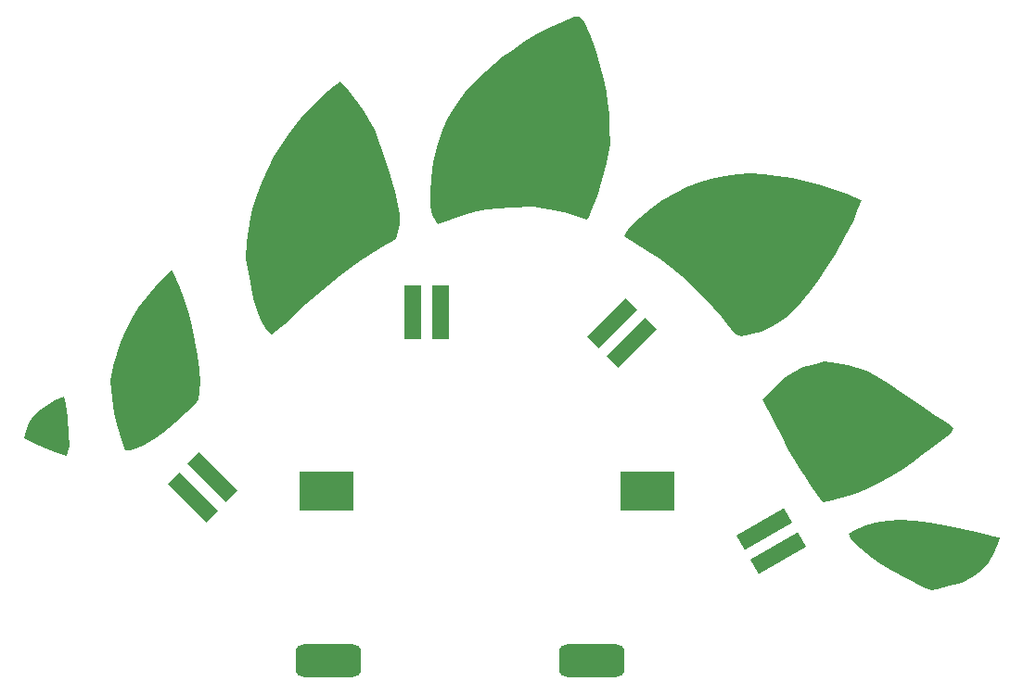
<source format=gbr>
%TF.GenerationSoftware,KiCad,Pcbnew,(6.0.7)*%
%TF.CreationDate,2022-08-20T21:46:32+02:00*%
%TF.ProjectId,demoDino,64656d6f-4469-46e6-9f2e-6b696361645f,rev?*%
%TF.SameCoordinates,Original*%
%TF.FileFunction,Soldermask,Bot*%
%TF.FilePolarity,Negative*%
%FSLAX46Y46*%
G04 Gerber Fmt 4.6, Leading zero omitted, Abs format (unit mm)*
G04 Created by KiCad (PCBNEW (6.0.7)) date 2022-08-20 21:46:32*
%MOMM*%
%LPD*%
G01*
G04 APERTURE LIST*
G04 Aperture macros list*
%AMRoundRect*
0 Rectangle with rounded corners*
0 $1 Rounding radius*
0 $2 $3 $4 $5 $6 $7 $8 $9 X,Y pos of 4 corners*
0 Add a 4 corners polygon primitive as box body*
4,1,4,$2,$3,$4,$5,$6,$7,$8,$9,$2,$3,0*
0 Add four circle primitives for the rounded corners*
1,1,$1+$1,$2,$3*
1,1,$1+$1,$4,$5*
1,1,$1+$1,$6,$7*
1,1,$1+$1,$8,$9*
0 Add four rect primitives between the rounded corners*
20,1,$1+$1,$2,$3,$4,$5,0*
20,1,$1+$1,$4,$5,$6,$7,0*
20,1,$1+$1,$6,$7,$8,$9,0*
20,1,$1+$1,$8,$9,$2,$3,0*%
%AMRotRect*
0 Rectangle, with rotation*
0 The origin of the aperture is its center*
0 $1 length*
0 $2 width*
0 $3 Rotation angle, in degrees counterclockwise*
0 Add horizontal line*
21,1,$1,$2,0,0,$3*%
G04 Aperture macros list end*
%ADD10C,3.000000*%
%ADD11RoundRect,0.750000X2.250000X0.750000X-2.250000X0.750000X-2.250000X-0.750000X2.250000X-0.750000X0*%
%ADD12R,1.524000X5.000000*%
%ADD13RotRect,1.524000X5.000000X120.000000*%
%ADD14RotRect,1.524000X5.000000X45.000000*%
%ADD15RotRect,1.524000X5.000000X135.000000*%
%ADD16R,5.000000X3.600000*%
G04 APERTURE END LIST*
%TO.C,svg2mod*%
G36*
X73187390Y-33180644D02*
G01*
X73635224Y-33715690D01*
X74201004Y-34505127D01*
X74762243Y-35378046D01*
X75704313Y-36937481D01*
X76625496Y-39563978D01*
X77177130Y-41215299D01*
X77581644Y-42614108D01*
X77844583Y-43791174D01*
X77971493Y-44777264D01*
X77967919Y-45603148D01*
X77839405Y-46299592D01*
X77649410Y-46944489D01*
X76274350Y-47743017D01*
X75404518Y-48275570D01*
X74474419Y-48895825D01*
X73500449Y-49591045D01*
X72499003Y-50348494D01*
X71486477Y-51155438D01*
X70479268Y-51999140D01*
X69493770Y-52866864D01*
X68546380Y-53745875D01*
X67889792Y-54349394D01*
X67149283Y-55000869D01*
X67149282Y-55000875D01*
X66291747Y-55626304D01*
X65755947Y-55043914D01*
X65289523Y-54274294D01*
X64938692Y-53432972D01*
X64648596Y-52355744D01*
X64364383Y-50878410D01*
X63985201Y-48685886D01*
X64074645Y-47170290D01*
X64182941Y-46078679D01*
X64377599Y-44970407D01*
X64654648Y-43852593D01*
X65010113Y-42732355D01*
X65440022Y-41616813D01*
X65940403Y-40513085D01*
X66507281Y-39428290D01*
X67136684Y-38369547D01*
X67824640Y-37343974D01*
X68567175Y-36358691D01*
X69360316Y-35420817D01*
X70200091Y-34537470D01*
X71082526Y-33715769D01*
X72003649Y-32962833D01*
X72554607Y-32542676D01*
X73187390Y-33180644D01*
G37*
G36*
X111180526Y-41011841D02*
G01*
X112448739Y-41159365D01*
X113799009Y-41387422D01*
X115177937Y-41683371D01*
X116532127Y-42034565D01*
X117808181Y-42428364D01*
X118952702Y-42852123D01*
X119912291Y-43293198D01*
X120161499Y-43423922D01*
X119866330Y-44178458D01*
X119385934Y-45293849D01*
X118562087Y-46850435D01*
X117757463Y-48271808D01*
X116969790Y-49560538D01*
X116196797Y-50719195D01*
X115436215Y-51750350D01*
X114685770Y-52656574D01*
X113943193Y-53440438D01*
X113206213Y-54104512D01*
X112472558Y-54651367D01*
X111739958Y-55083573D01*
X111006141Y-55403703D01*
X110268836Y-55614325D01*
X109134197Y-55808385D01*
X108529515Y-55591312D01*
X107912850Y-54768557D01*
X107391356Y-54085816D01*
X106639931Y-53221482D01*
X105734284Y-52256247D01*
X104750123Y-51270802D01*
X103763158Y-50345835D01*
X102796319Y-49531033D01*
X101736840Y-48741682D01*
X100613514Y-47998002D01*
X99455132Y-47320216D01*
X98473905Y-46651368D01*
X98956553Y-45928907D01*
X99921672Y-45001563D01*
X100928017Y-44165685D01*
X101972126Y-43422824D01*
X103050542Y-42774529D01*
X104159806Y-42222353D01*
X105296457Y-41767844D01*
X106457038Y-41412553D01*
X107638089Y-41158031D01*
X108836152Y-41005828D01*
X110047766Y-40957494D01*
X111180526Y-41011841D01*
G37*
G36*
X94879290Y-27163753D02*
G01*
X95393089Y-28263185D01*
X95846141Y-29560507D01*
X96291842Y-31138069D01*
X96616619Y-32394264D01*
X96843772Y-33454895D01*
X96996605Y-34445768D01*
X97098418Y-35492688D01*
X97172514Y-36721458D01*
X97252613Y-38325222D01*
X96868808Y-39969164D01*
X96465679Y-41508360D01*
X95997920Y-43027390D01*
X95558034Y-44247134D01*
X95238523Y-44888472D01*
X95023189Y-45132649D01*
X94063625Y-44795525D01*
X92961928Y-44483367D01*
X91660637Y-44206263D01*
X90217212Y-43954124D01*
X88196417Y-44047045D01*
X86998068Y-44131401D01*
X85878342Y-44262287D01*
X85014141Y-44419024D01*
X85014143Y-44419024D01*
X83846072Y-44743031D01*
X82668745Y-45130159D01*
X81484828Y-45562235D01*
X81273586Y-45350995D01*
X80971749Y-44778451D01*
X80811691Y-43868060D01*
X80784168Y-42703266D01*
X80879940Y-41367511D01*
X81089762Y-39944239D01*
X81404394Y-38516892D01*
X81814592Y-37168914D01*
X82311115Y-35983748D01*
X82807700Y-35129950D01*
X83473547Y-34179615D01*
X84217578Y-33253935D01*
X84948714Y-32474104D01*
X85867378Y-31608913D01*
X86661521Y-30907666D01*
X87436576Y-30285761D01*
X88297977Y-29658599D01*
X89351160Y-28941579D01*
X90483408Y-28257105D01*
X91768327Y-27584054D01*
X92997847Y-27018186D01*
X93963900Y-26655262D01*
X94458418Y-26591041D01*
X94879290Y-27163753D01*
G37*
G36*
X117905486Y-58275199D02*
G01*
X118879227Y-58447267D01*
X119746118Y-58672674D01*
X120598947Y-58998597D01*
X121530506Y-59472210D01*
X122633586Y-60140691D01*
X124000976Y-61051213D01*
X125725468Y-62250954D01*
X126682004Y-62905002D01*
X127524670Y-63448741D01*
X128071033Y-63764455D01*
X128551985Y-64169880D01*
X128300199Y-64698556D01*
X127241064Y-65507139D01*
X126577295Y-65995627D01*
X125690850Y-66692847D01*
X124843785Y-67342069D01*
X123942016Y-67952224D01*
X122894878Y-68580946D01*
X121611708Y-69285869D01*
X120558197Y-69814870D01*
X119584316Y-70209891D01*
X118364002Y-70603189D01*
X118364002Y-70603186D01*
X117137091Y-70912152D01*
X116631892Y-71004183D01*
X116090608Y-70277528D01*
X115549323Y-69451983D01*
X115001148Y-68618264D01*
X114567595Y-67993796D01*
X114073335Y-67198054D01*
X113505965Y-66209427D01*
X112853082Y-65006303D01*
X112102283Y-63567070D01*
X111071076Y-61560184D01*
X112207187Y-60454198D01*
X113083177Y-59677841D01*
X113938836Y-59094445D01*
X114850982Y-58659772D01*
X115896431Y-58329583D01*
X116776234Y-58103239D01*
X117905486Y-58275199D01*
G37*
G36*
X57455540Y-50209368D02*
G01*
X57885009Y-51161971D01*
X58294898Y-52298513D01*
X58674969Y-53565594D01*
X59014982Y-54909812D01*
X59304698Y-56277767D01*
X59533879Y-57616057D01*
X59692284Y-58871281D01*
X59769674Y-59990038D01*
X59755811Y-60918928D01*
X59640455Y-61604549D01*
X59308647Y-62052974D01*
X58564361Y-62802737D01*
X57548494Y-63720366D01*
X56401945Y-64672388D01*
X55574204Y-65224504D01*
X54542630Y-65791042D01*
X53436563Y-66284727D01*
X52945192Y-66217944D01*
X52679963Y-65537881D01*
X52436104Y-64718512D01*
X52176690Y-63914028D01*
X51935537Y-62885065D01*
X51735585Y-61525990D01*
X51564972Y-59931835D01*
X51866149Y-58566970D01*
X52160360Y-57436358D01*
X52537100Y-56335732D01*
X52995610Y-55266423D01*
X53535136Y-54229760D01*
X54154919Y-53227075D01*
X54854205Y-52259699D01*
X55632235Y-51328963D01*
X56488254Y-50436197D01*
X57209033Y-49732677D01*
X57455540Y-50209368D01*
G37*
G36*
X124970915Y-72666184D02*
G01*
X126340735Y-72812928D01*
X127817630Y-73065786D01*
X129406250Y-73424711D01*
X130609198Y-73720163D01*
X131612237Y-73956493D01*
X132198218Y-74082534D01*
X132752878Y-74180434D01*
X132658213Y-74568326D01*
X132307822Y-75568986D01*
X131780452Y-76460565D01*
X131093616Y-77226982D01*
X130264830Y-77852158D01*
X129311607Y-78320011D01*
X128251462Y-78614461D01*
X127051242Y-78914740D01*
X127051290Y-78914744D01*
X126552878Y-79036494D01*
X125858389Y-78812028D01*
X124364198Y-78046246D01*
X122951501Y-77285470D01*
X121949428Y-76678238D01*
X121078709Y-76038624D01*
X120060074Y-75180700D01*
X119111003Y-74313813D01*
X118983579Y-73887743D01*
X119565172Y-73525859D01*
X120469373Y-73141312D01*
X121457398Y-72863119D01*
X122533897Y-72691232D01*
X123703519Y-72625603D01*
X124970915Y-72666184D01*
G37*
G36*
X47485754Y-61979803D02*
G01*
X47652100Y-63312379D01*
X47785405Y-64768503D01*
X47824509Y-65779014D01*
X47824505Y-65779014D01*
X47636174Y-66731589D01*
X47011779Y-66586125D01*
X45911407Y-66166315D01*
X44749325Y-65630209D01*
X43738928Y-65111459D01*
X43787439Y-64765338D01*
X44022346Y-63975597D01*
X44496507Y-63231696D01*
X45204579Y-62542018D01*
X46519801Y-61665664D01*
X47347522Y-61339938D01*
X47485754Y-61979803D01*
G37*
%TD*%
D10*
%TO.C,svg2mod*%
X91609062Y-32347466D03*
%TD*%
D11*
%TO.C,SW1*%
X95500000Y-85500000D03*
X71500000Y-85500000D03*
%TD*%
D12*
%TO.C,D4*%
X81770000Y-53625000D03*
X79230000Y-53625000D03*
%TD*%
D13*
%TO.C,D3*%
X112584475Y-75599852D03*
X111314475Y-73400148D03*
%TD*%
D14*
%TO.C,D2*%
X59110913Y-70525126D03*
X60906964Y-68729075D03*
%TD*%
D15*
%TO.C,D1*%
X99188880Y-56416253D03*
X97392829Y-54620202D03*
%TD*%
D16*
%TO.C,BT1*%
X71350000Y-70000000D03*
X100650000Y-70000000D03*
%TD*%
M02*

</source>
